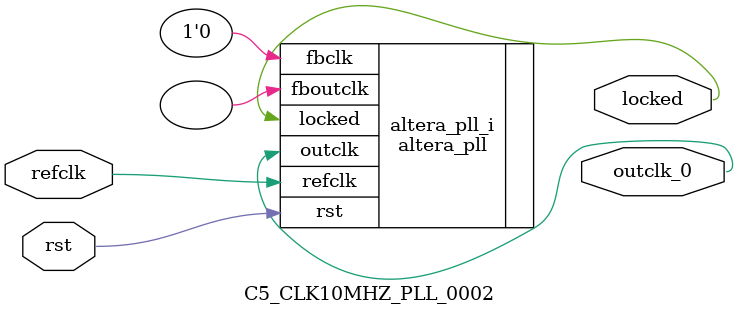
<source format=v>
`timescale 1ns/10ps
module  C5_CLK10MHZ_PLL_0002(

	// interface 'refclk'
	input wire refclk,

	// interface 'reset'
	input wire rst,

	// interface 'outclk0'
	output wire outclk_0,

	// interface 'locked'
	output wire locked
);

	altera_pll #(
		.fractional_vco_multiplier("false"),
		.reference_clock_frequency("50.0 MHz"),
		.operation_mode("direct"),
		.number_of_clocks(1),
		.output_clock_frequency0("10.000000 MHz"),
		.phase_shift0("0 ps"),
		.duty_cycle0(50),
		.output_clock_frequency1("0 MHz"),
		.phase_shift1("0 ps"),
		.duty_cycle1(50),
		.output_clock_frequency2("0 MHz"),
		.phase_shift2("0 ps"),
		.duty_cycle2(50),
		.output_clock_frequency3("0 MHz"),
		.phase_shift3("0 ps"),
		.duty_cycle3(50),
		.output_clock_frequency4("0 MHz"),
		.phase_shift4("0 ps"),
		.duty_cycle4(50),
		.output_clock_frequency5("0 MHz"),
		.phase_shift5("0 ps"),
		.duty_cycle5(50),
		.output_clock_frequency6("0 MHz"),
		.phase_shift6("0 ps"),
		.duty_cycle6(50),
		.output_clock_frequency7("0 MHz"),
		.phase_shift7("0 ps"),
		.duty_cycle7(50),
		.output_clock_frequency8("0 MHz"),
		.phase_shift8("0 ps"),
		.duty_cycle8(50),
		.output_clock_frequency9("0 MHz"),
		.phase_shift9("0 ps"),
		.duty_cycle9(50),
		.output_clock_frequency10("0 MHz"),
		.phase_shift10("0 ps"),
		.duty_cycle10(50),
		.output_clock_frequency11("0 MHz"),
		.phase_shift11("0 ps"),
		.duty_cycle11(50),
		.output_clock_frequency12("0 MHz"),
		.phase_shift12("0 ps"),
		.duty_cycle12(50),
		.output_clock_frequency13("0 MHz"),
		.phase_shift13("0 ps"),
		.duty_cycle13(50),
		.output_clock_frequency14("0 MHz"),
		.phase_shift14("0 ps"),
		.duty_cycle14(50),
		.output_clock_frequency15("0 MHz"),
		.phase_shift15("0 ps"),
		.duty_cycle15(50),
		.output_clock_frequency16("0 MHz"),
		.phase_shift16("0 ps"),
		.duty_cycle16(50),
		.output_clock_frequency17("0 MHz"),
		.phase_shift17("0 ps"),
		.duty_cycle17(50),
		.pll_type("General"),
		.pll_subtype("General")
	) altera_pll_i (
		.rst	(rst),
		.outclk	({outclk_0}),
		.locked	(locked),
		.fboutclk	( ),
		.fbclk	(1'b0),
		.refclk	(refclk)
	);
endmodule


</source>
